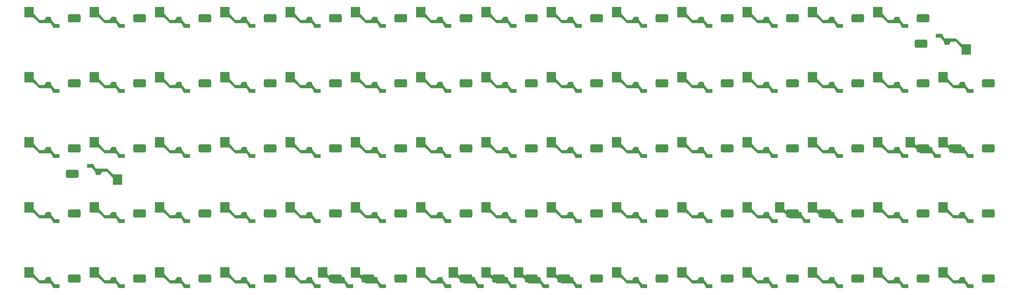
<source format=gbr>
%TF.GenerationSoftware,KiCad,Pcbnew,7.0.10*%
%TF.CreationDate,2024-03-07T22:32:39+00:00*%
%TF.ProjectId,keyboard,6b657962-6f61-4726-942e-6b696361645f,rev?*%
%TF.SameCoordinates,Original*%
%TF.FileFunction,Paste,Bot*%
%TF.FilePolarity,Positive*%
%FSLAX46Y46*%
G04 Gerber Fmt 4.6, Leading zero omitted, Abs format (unit mm)*
G04 Created by KiCad (PCBNEW 7.0.10) date 2024-03-07 22:32:39*
%MOMM*%
%LPD*%
G01*
G04 APERTURE LIST*
G04 Aperture macros list*
%AMRoundRect*
0 Rectangle with rounded corners*
0 $1 Rounding radius*
0 $2 $3 $4 $5 $6 $7 $8 $9 X,Y pos of 4 corners*
0 Add a 4 corners polygon primitive as box body*
4,1,4,$2,$3,$4,$5,$6,$7,$8,$9,$2,$3,0*
0 Add four circle primitives for the rounded corners*
1,1,$1+$1,$2,$3*
1,1,$1+$1,$4,$5*
1,1,$1+$1,$6,$7*
1,1,$1+$1,$8,$9*
0 Add four rect primitives between the rounded corners*
20,1,$1+$1,$2,$3,$4,$5,0*
20,1,$1+$1,$4,$5,$6,$7,0*
20,1,$1+$1,$6,$7,$8,$9,0*
20,1,$1+$1,$8,$9,$2,$3,0*%
%AMFreePoly0*
4,1,17,1.800000,-0.700000,3.400000,-2.500000,4.900000,-2.500000,5.500000,-1.600000,6.700000,-1.600000,7.000000,-2.600000,7.900000,-3.700000,9.300000,-3.700000,9.300000,-4.800000,7.500000,-4.800000,6.800000,-3.500000,3.500000,-3.500000,1.700000,-1.800000,-0.900000,-1.800000,-0.900000,1.300000,1.800000,1.300000,1.800000,-0.700000,1.800000,-0.700000,$1*%
G04 Aperture macros list end*
%ADD10FreePoly0,180.000000*%
%ADD11RoundRect,0.480000X1.370000X0.720000X-1.370000X0.720000X-1.370000X-0.720000X1.370000X-0.720000X0*%
%ADD12FreePoly0,0.000000*%
%ADD13RoundRect,0.480000X-1.370000X-0.720000X1.370000X-0.720000X1.370000X0.720000X-1.370000X0.720000X0*%
G04 APERTURE END LIST*
D10*
%TO.C,SW82*%
X346737500Y-110500000D03*
D11*
X333087500Y-108500000D03*
%TD*%
D12*
%TO.C,SW81*%
X291437500Y-156200000D03*
D13*
X305087500Y-158200000D03*
%TD*%
D12*
%TO.C,SW80*%
X215237500Y-175250000D03*
D13*
X228887500Y-177250000D03*
%TD*%
D10*
%TO.C,SW79*%
X99087500Y-148600000D03*
D11*
X85437500Y-146600000D03*
%TD*%
D12*
%TO.C,SW78*%
X196187500Y-175250000D03*
D13*
X209837500Y-177250000D03*
%TD*%
D12*
%TO.C,SW77*%
X329537500Y-137150000D03*
D13*
X343187500Y-139150000D03*
%TD*%
D12*
%TO.C,SW75*%
X158087500Y-175250000D03*
D13*
X171737500Y-177250000D03*
%TD*%
D12*
%TO.C,SW74*%
X339062500Y-175250000D03*
D13*
X352712500Y-177250000D03*
%TD*%
D12*
%TO.C,SW73*%
X320012500Y-175250000D03*
D13*
X333662500Y-177250000D03*
%TD*%
D12*
%TO.C,SW72*%
X300962500Y-175250000D03*
D13*
X314612500Y-177250000D03*
%TD*%
D12*
%TO.C,SW71*%
X281912500Y-175250000D03*
D13*
X295562500Y-177250000D03*
%TD*%
D12*
%TO.C,SW70*%
X262862500Y-175250000D03*
D13*
X276512500Y-177250000D03*
%TD*%
D12*
%TO.C,SW69*%
X243812500Y-175250000D03*
D13*
X257462500Y-177250000D03*
%TD*%
D12*
%TO.C,SW68*%
X224762500Y-175250000D03*
D13*
X238412500Y-177250000D03*
%TD*%
D12*
%TO.C,SW67*%
X205712500Y-175250000D03*
D13*
X219362500Y-177250000D03*
%TD*%
D12*
%TO.C,SW66*%
X186662500Y-175250000D03*
D13*
X200312500Y-177250000D03*
%TD*%
D12*
%TO.C,SW65*%
X167612500Y-175250000D03*
D13*
X181262500Y-177250000D03*
%TD*%
D12*
%TO.C,SW64*%
X148562500Y-175250000D03*
D13*
X162212500Y-177250000D03*
%TD*%
D12*
%TO.C,SW63*%
X129512500Y-175250000D03*
D13*
X143162500Y-177250000D03*
%TD*%
D12*
%TO.C,SW62*%
X110462500Y-175250000D03*
D13*
X124112500Y-177250000D03*
%TD*%
D12*
%TO.C,SW61*%
X91412500Y-175250000D03*
D13*
X105062500Y-177250000D03*
%TD*%
D12*
%TO.C,SW60*%
X72362500Y-175250000D03*
D13*
X86012500Y-177250000D03*
%TD*%
D12*
%TO.C,SW59*%
X339062500Y-156200000D03*
D13*
X352712500Y-158200000D03*
%TD*%
D12*
%TO.C,SW58*%
X320012500Y-156200000D03*
D13*
X333662500Y-158200000D03*
%TD*%
D12*
%TO.C,SW57*%
X300962500Y-156200000D03*
D13*
X314612500Y-158200000D03*
%TD*%
D12*
%TO.C,SW56*%
X281912500Y-156200000D03*
D13*
X295562500Y-158200000D03*
%TD*%
D12*
%TO.C,SW55*%
X262862500Y-156200000D03*
D13*
X276512500Y-158200000D03*
%TD*%
D12*
%TO.C,SW54*%
X243812500Y-156200000D03*
D13*
X257462500Y-158200000D03*
%TD*%
D12*
%TO.C,SW53*%
X224762500Y-156200000D03*
D13*
X238412500Y-158200000D03*
%TD*%
D12*
%TO.C,SW52*%
X205712500Y-156200000D03*
D13*
X219362500Y-158200000D03*
%TD*%
D12*
%TO.C,SW51*%
X186662500Y-156200000D03*
D13*
X200312500Y-158200000D03*
%TD*%
D12*
%TO.C,SW50*%
X167612500Y-156200000D03*
D13*
X181262500Y-158200000D03*
%TD*%
D12*
%TO.C,SW49*%
X148562500Y-156200000D03*
D13*
X162212500Y-158200000D03*
%TD*%
D12*
%TO.C,SW48*%
X129512500Y-156200000D03*
D13*
X143162500Y-158200000D03*
%TD*%
D12*
%TO.C,SW47*%
X110462500Y-156200000D03*
D13*
X124112500Y-158200000D03*
%TD*%
D12*
%TO.C,SW46*%
X91412500Y-156200000D03*
D13*
X105062500Y-158200000D03*
%TD*%
D12*
%TO.C,SW45*%
X72362500Y-156200000D03*
D13*
X86012500Y-158200000D03*
%TD*%
D12*
%TO.C,SW44*%
X339062500Y-137150000D03*
D13*
X352712500Y-139150000D03*
%TD*%
D12*
%TO.C,SW43*%
X320012500Y-137150000D03*
D13*
X333662500Y-139150000D03*
%TD*%
D12*
%TO.C,SW42*%
X300962500Y-137150000D03*
D13*
X314612500Y-139150000D03*
%TD*%
D12*
%TO.C,SW41*%
X281912500Y-137150000D03*
D13*
X295562500Y-139150000D03*
%TD*%
D12*
%TO.C,SW40*%
X262862500Y-137150000D03*
D13*
X276512500Y-139150000D03*
%TD*%
D12*
%TO.C,SW39*%
X243812500Y-137150000D03*
D13*
X257462500Y-139150000D03*
%TD*%
D12*
%TO.C,SW38*%
X224762500Y-137150000D03*
D13*
X238412500Y-139150000D03*
%TD*%
D12*
%TO.C,SW37*%
X205712500Y-137150000D03*
D13*
X219362500Y-139150000D03*
%TD*%
D12*
%TO.C,SW36*%
X186662500Y-137150000D03*
D13*
X200312500Y-139150000D03*
%TD*%
D12*
%TO.C,SW35*%
X167612500Y-137150000D03*
D13*
X181262500Y-139150000D03*
%TD*%
D12*
%TO.C,SW34*%
X148562500Y-137150000D03*
D13*
X162212500Y-139150000D03*
%TD*%
D12*
%TO.C,SW33*%
X129512500Y-137150000D03*
D13*
X143162500Y-139150000D03*
%TD*%
D12*
%TO.C,SW32*%
X110462500Y-137150000D03*
D13*
X124112500Y-139150000D03*
%TD*%
D12*
%TO.C,SW31*%
X91412500Y-137150000D03*
D13*
X105062500Y-139150000D03*
%TD*%
D12*
%TO.C,SW30*%
X72362500Y-137150000D03*
D13*
X86012500Y-139150000D03*
%TD*%
D12*
%TO.C,SW29*%
X339062500Y-118100000D03*
D13*
X352712500Y-120100000D03*
%TD*%
D12*
%TO.C,SW28*%
X320012500Y-118100000D03*
D13*
X333662500Y-120100000D03*
%TD*%
D12*
%TO.C,SW27*%
X300962500Y-118100000D03*
D13*
X314612500Y-120100000D03*
%TD*%
D12*
%TO.C,SW26*%
X281912500Y-118100000D03*
D13*
X295562500Y-120100000D03*
%TD*%
D12*
%TO.C,SW25*%
X262862500Y-118100000D03*
D13*
X276512500Y-120100000D03*
%TD*%
D12*
%TO.C,SW24*%
X243812500Y-118100000D03*
D13*
X257462500Y-120100000D03*
%TD*%
D12*
%TO.C,SW23*%
X224762500Y-118100000D03*
D13*
X238412500Y-120100000D03*
%TD*%
D12*
%TO.C,SW22*%
X205712500Y-118100000D03*
D13*
X219362500Y-120100000D03*
%TD*%
D12*
%TO.C,SW21*%
X186662500Y-118100000D03*
D13*
X200312500Y-120100000D03*
%TD*%
D12*
%TO.C,SW20*%
X167612500Y-118100000D03*
D13*
X181262500Y-120100000D03*
%TD*%
D12*
%TO.C,SW19*%
X148562500Y-118100000D03*
D13*
X162212500Y-120100000D03*
%TD*%
D12*
%TO.C,SW18*%
X129512500Y-118100000D03*
D13*
X143162500Y-120100000D03*
%TD*%
D12*
%TO.C,SW17*%
X110462500Y-118100000D03*
D13*
X124112500Y-120100000D03*
%TD*%
D12*
%TO.C,SW16*%
X91412500Y-118100000D03*
D13*
X105062500Y-120100000D03*
%TD*%
D12*
%TO.C,SW15*%
X72362500Y-118100000D03*
D13*
X86012500Y-120100000D03*
%TD*%
D12*
%TO.C,SW13*%
X320012500Y-99050000D03*
D13*
X333662500Y-101050000D03*
%TD*%
D12*
%TO.C,SW12*%
X300962500Y-99050000D03*
D13*
X314612500Y-101050000D03*
%TD*%
D12*
%TO.C,SW11*%
X281912500Y-99050000D03*
D13*
X295562500Y-101050000D03*
%TD*%
D12*
%TO.C,SW10*%
X262862500Y-99050000D03*
D13*
X276512500Y-101050000D03*
%TD*%
D12*
%TO.C,SW9*%
X243812500Y-99050000D03*
D13*
X257462500Y-101050000D03*
%TD*%
D12*
%TO.C,SW8*%
X224762500Y-99050000D03*
D13*
X238412500Y-101050000D03*
%TD*%
D12*
%TO.C,SW7*%
X205712500Y-99050000D03*
D13*
X219362500Y-101050000D03*
%TD*%
D12*
%TO.C,SW6*%
X186662500Y-99050000D03*
D13*
X200312500Y-101050000D03*
%TD*%
D12*
%TO.C,SW5*%
X167612500Y-99050000D03*
D13*
X181262500Y-101050000D03*
%TD*%
D12*
%TO.C,SW4*%
X148562500Y-99050000D03*
D13*
X162212500Y-101050000D03*
%TD*%
D12*
%TO.C,SW3*%
X129512500Y-99050000D03*
D13*
X143162500Y-101050000D03*
%TD*%
D12*
%TO.C,SW2*%
X110462500Y-99050000D03*
D13*
X124112500Y-101050000D03*
%TD*%
D12*
%TO.C,SW1*%
X91412500Y-99050000D03*
D13*
X105062500Y-101050000D03*
%TD*%
D12*
%TO.C,SW0*%
X72362500Y-99050000D03*
D13*
X86012500Y-101050000D03*
%TD*%
M02*

</source>
